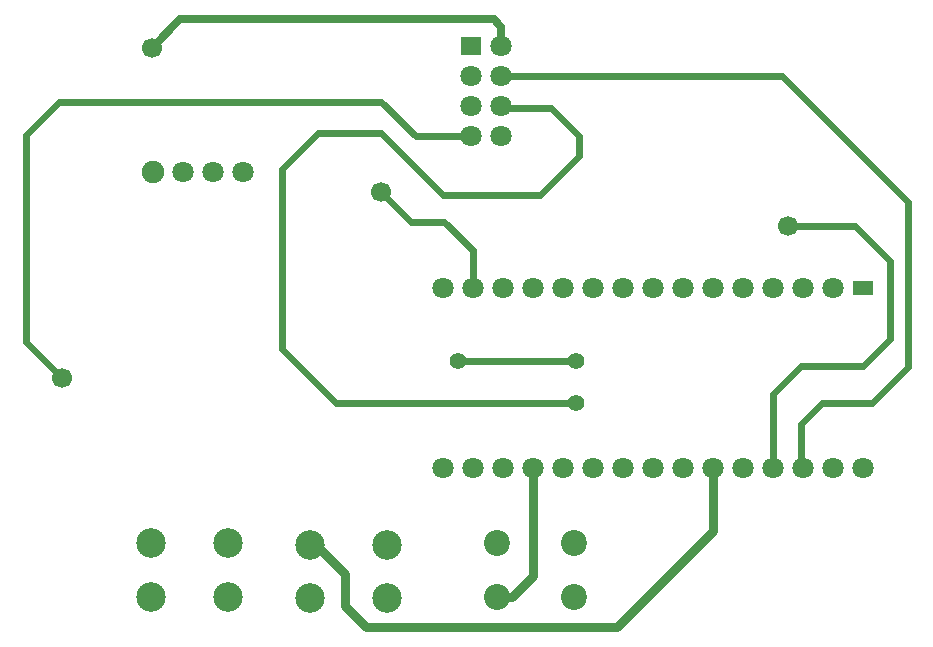
<source format=gtl>
G04 Layer: TopLayer*
G04 EasyEDA v6.5.54, 2026-02-13 05:53:55*
G04 70323f53a5ba4409a2e903c6c44e9b96,20cc673dbd184c8ca6733993ffc9aab1,10*
G04 Gerber Generator version 0.2*
G04 Scale: 100 percent, Rotated: No, Reflected: No *
G04 Dimensions in millimeters *
G04 leading zeros omitted , absolute positions ,4 integer and 5 decimal *
%FSLAX45Y45*%
%MOMM*%

%ADD10C,0.7000*%
%ADD11C,0.6000*%
%ADD12C,0.8000*%
%ADD13C,1.8000*%
%ADD14C,1.9000*%
%ADD15C,2.2000*%
%ADD16C,0.0179*%
%ADD17C,2.5000*%
%ADD18R,1.8000X1.3081*%
%ADD19R,1.8000X1.5080*%
%ADD20C,1.7000*%
%ADD21C,1.4000*%

%LPD*%
D10*
X4902200Y6883400D02*
G01*
X4902200Y7048500D01*
X4838700Y7112000D01*
X2184400Y7112000D01*
X1943100Y6870700D01*
D11*
X4648200Y6121400D02*
G01*
X4178300Y6121400D01*
X3886200Y6413500D01*
X1155700Y6413500D01*
X876300Y6134100D01*
X876300Y4381500D01*
X1181100Y4076700D01*
X5537200Y3860800D02*
G01*
X3505200Y3860800D01*
X3048000Y4318000D01*
X3048000Y5842000D01*
X3352800Y6146800D01*
X3886200Y6146800D01*
X4406900Y5626100D01*
X5232400Y5626100D01*
X5562600Y5956300D01*
X5562600Y6121400D01*
X5321300Y6362700D01*
X4914900Y6362700D01*
X4902200Y6375400D01*
X7327900Y5359400D02*
G01*
X7899400Y5359400D01*
X8191500Y5067300D01*
X8191500Y4406900D01*
X7962900Y4178300D01*
X7442200Y4178300D01*
X7200900Y3937000D01*
X7200900Y3314700D01*
X4902200Y6629400D02*
G01*
X7277100Y6629400D01*
X8343900Y5562600D01*
X8343900Y4165600D01*
X8039100Y3860800D01*
X7620000Y3860800D01*
X7442200Y3683000D01*
X7442200Y3327400D01*
X7454900Y3314700D01*
X4660900Y4838700D02*
G01*
X4660900Y5156200D01*
X4419600Y5397500D01*
X4140200Y5397500D01*
X3886200Y5651500D01*
D12*
X4869185Y2225042D02*
G01*
X4993642Y2225042D01*
X5168900Y2400300D01*
X5168900Y3314700D01*
X3281685Y2664457D02*
G01*
X3329942Y2664457D01*
X3581400Y2413000D01*
X3581400Y2146300D01*
X3759200Y1968500D01*
X5880100Y1968500D01*
X6692900Y2781300D01*
X6692900Y3314700D01*
D11*
X5537200Y4216400D02*
G01*
X4533900Y4216400D01*
D13*
G01*
X2206091Y5816600D03*
D14*
G01*
X1952091Y5816600D03*
D13*
G01*
X2460091Y5816600D03*
G01*
X2714091Y5816600D03*
D15*
G01*
X4869179Y2677160D03*
G01*
X5519420Y2677160D03*
G01*
X4869179Y2225039D03*
G01*
X5519420Y2225039D03*
D17*
G01*
X3281679Y2664460D03*
G01*
X3931920Y2664460D03*
G01*
X3281679Y2212339D03*
G01*
X3931920Y2212339D03*
G01*
X1935479Y2677160D03*
G01*
X2585720Y2677160D03*
G01*
X1935479Y2225039D03*
G01*
X2585720Y2225039D03*
D18*
G01*
X7962900Y4838700D03*
D13*
G01*
X7708900Y4838700D03*
G01*
X7454900Y4838700D03*
G01*
X7200900Y4838700D03*
G01*
X6946900Y4838700D03*
G01*
X6692900Y4838700D03*
G01*
X6438900Y4838700D03*
G01*
X6184900Y4838700D03*
G01*
X5930900Y4838700D03*
G01*
X5676900Y4838700D03*
G01*
X5422900Y4838700D03*
G01*
X5168900Y4838700D03*
G01*
X4914900Y4838700D03*
G01*
X4660900Y4838700D03*
G01*
X4406900Y4838700D03*
G01*
X4406900Y3314700D03*
G01*
X4660900Y3314700D03*
G01*
X4914900Y3314700D03*
G01*
X5168900Y3314700D03*
G01*
X5422900Y3314700D03*
G01*
X5676900Y3314700D03*
G01*
X5930900Y3314700D03*
G01*
X6184900Y3314700D03*
G01*
X6438900Y3314700D03*
G01*
X6692900Y3314700D03*
G01*
X6946900Y3314700D03*
G01*
X7200900Y3314700D03*
G01*
X7454900Y3314700D03*
G01*
X7708900Y3314700D03*
G01*
X7962900Y3314700D03*
D19*
G01*
X4648200Y6883400D03*
D13*
G01*
X4902200Y6121400D03*
G01*
X4902200Y6375400D03*
G01*
X4902200Y6629400D03*
G01*
X4902200Y6883400D03*
G01*
X4648200Y6629400D03*
G01*
X4648200Y6375400D03*
G01*
X4648200Y6121400D03*
D20*
G01*
X3886200Y5651500D03*
G01*
X7327900Y5359400D03*
D21*
G01*
X5537200Y3860800D03*
D20*
G01*
X1181100Y4076700D03*
D21*
G01*
X5537200Y4216400D03*
G01*
X4533900Y4216400D03*
D20*
G01*
X1943100Y6870700D03*
M02*

</source>
